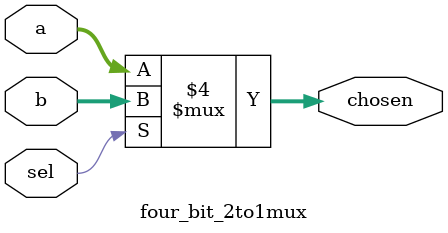
<source format=v>
module four_bit_2to1mux (sel,a,b,chosen);
 
	input sel;
	input[3:0] a, b;
	output reg[3:0] chosen;
	
	always @(a, b, sel) begin
		if (sel == 1'b1)
			chosen = b;
		else
			chosen = a;
	end
 
endmodule

</source>
